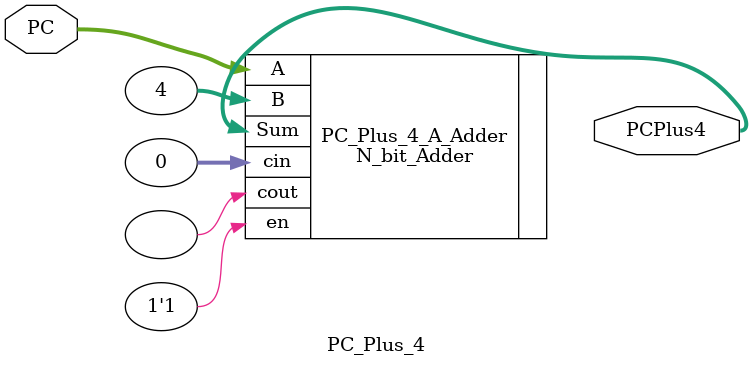
<source format=sv>
`timescale 1ns / 1ps

module PC_Plus_4(
		 input wire [31:0]  PC,
		 output wire [31:0] PCPlus4 );
		 
     N_bit_Adder #(
    .N(32)
) PC_Plus_4_A_Adder(
    .A(PC),
    .B(32'd4),
    .en(1'b1),
    .cin(0),
    .cout(),
    .Sum(PCPlus4)
);


endmodule
</source>
